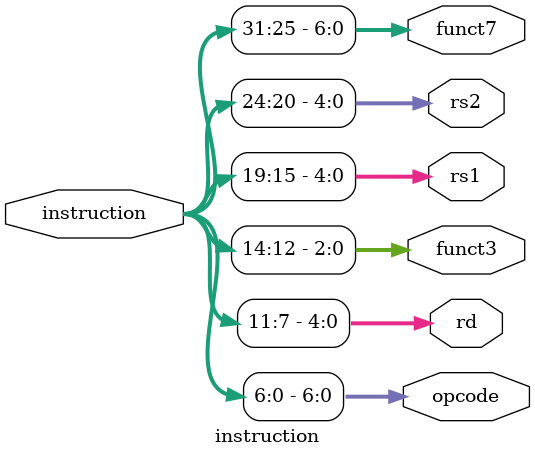
<source format=v>
module instruction

(
input [31:0] instruction,
output reg[6:0] opcode,
output reg[4:0] rd,
output reg[2:0] funct3,
output reg[4:0] rs1,
output reg[4:0] rs2,
output reg[6:0] funct7
);




always@(instruction)

begin    
	  opcode <=  instruction[6:0];
	  
	   rd <=  instruction[11:7];
	  
	   funct3 <=  instruction[14:12];
	  
	  rs1 <=  instruction[19:15];
	  
	   rs2 <= instruction [24:20];
	  
	  funct7 <=  instruction[31:25];
	  
	  end
	
	  
 
 
 endmodule
</source>
